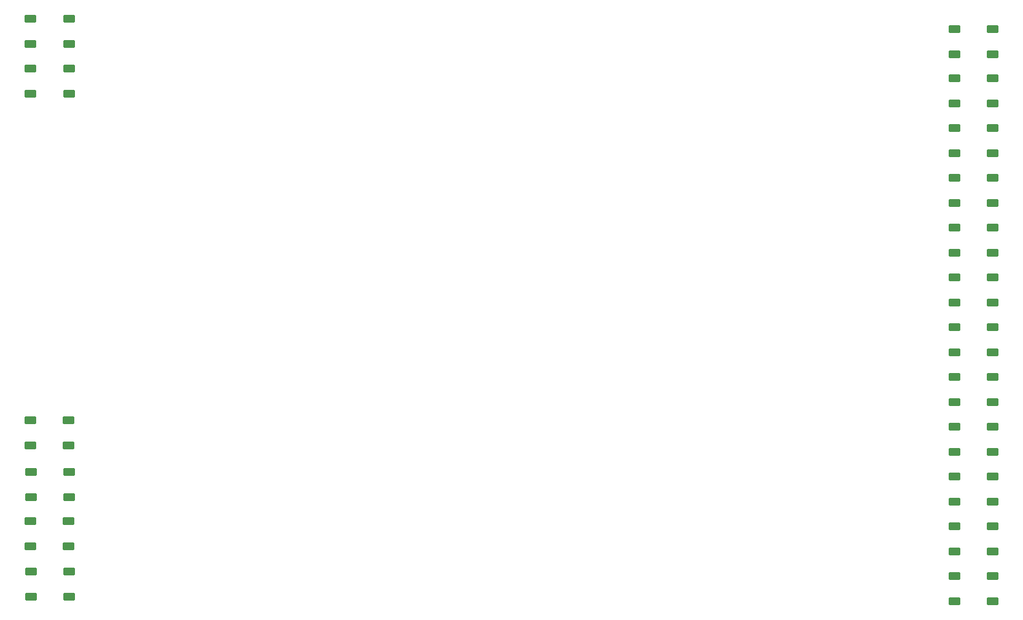
<source format=gbr>
%TF.GenerationSoftware,KiCad,Pcbnew,8.0.3*%
%TF.CreationDate,2025-06-03T03:01:33-07:00*%
%TF.ProjectId,MLU_BreakoutV2,4d4c555f-4272-4656-916b-6f757456322e,rev?*%
%TF.SameCoordinates,Original*%
%TF.FileFunction,Paste,Bot*%
%TF.FilePolarity,Positive*%
%FSLAX46Y46*%
G04 Gerber Fmt 4.6, Leading zero omitted, Abs format (unit mm)*
G04 Created by KiCad (PCBNEW 8.0.3) date 2025-06-03 03:01:33*
%MOMM*%
%LPD*%
G01*
G04 APERTURE LIST*
G04 Aperture macros list*
%AMRoundRect*
0 Rectangle with rounded corners*
0 $1 Rounding radius*
0 $2 $3 $4 $5 $6 $7 $8 $9 X,Y pos of 4 corners*
0 Add a 4 corners polygon primitive as box body*
4,1,4,$2,$3,$4,$5,$6,$7,$8,$9,$2,$3,0*
0 Add four circle primitives for the rounded corners*
1,1,$1+$1,$2,$3*
1,1,$1+$1,$4,$5*
1,1,$1+$1,$6,$7*
1,1,$1+$1,$8,$9*
0 Add four rect primitives between the rounded corners*
20,1,$1+$1,$2,$3,$4,$5,0*
20,1,$1+$1,$4,$5,$6,$7,0*
20,1,$1+$1,$6,$7,$8,$9,0*
20,1,$1+$1,$8,$9,$2,$3,0*%
G04 Aperture macros list end*
%ADD10RoundRect,0.250000X0.550000X0.250000X-0.550000X0.250000X-0.550000X-0.250000X0.550000X-0.250000X0*%
G04 APERTURE END LIST*
D10*
%TO.C,LED29*%
X253550000Y-128454873D03*
X253550000Y-131754873D03*
X248550000Y-128454873D03*
X248550000Y-131754873D03*
%TD*%
%TO.C,LED34*%
X132560000Y-121292400D03*
X132560000Y-124592400D03*
X127560000Y-121292400D03*
X127560000Y-124592400D03*
%TD*%
%TO.C,LED27*%
X253550000Y-115409419D03*
X253550000Y-118709419D03*
X248550000Y-115409419D03*
X248550000Y-118709419D03*
%TD*%
%TO.C,LED33*%
X132482600Y-114579400D03*
X132482600Y-117879400D03*
X127482600Y-114579400D03*
X127482600Y-117879400D03*
%TD*%
%TO.C,LED32*%
X132508000Y-68503800D03*
X132508000Y-71803800D03*
X127508000Y-68503800D03*
X127508000Y-71803800D03*
%TD*%
%TO.C,LED22*%
X253550000Y-82795784D03*
X253550000Y-86095784D03*
X248550000Y-82795784D03*
X248550000Y-86095784D03*
%TD*%
%TO.C,LED30*%
X253550000Y-134977600D03*
X253550000Y-138277600D03*
X248550000Y-134977600D03*
X248550000Y-138277600D03*
%TD*%
%TO.C,LED20*%
X253550000Y-69750330D03*
X253550000Y-73050330D03*
X248550000Y-69750330D03*
X248550000Y-73050330D03*
%TD*%
%TO.C,LED36*%
X132560000Y-134392400D03*
X132560000Y-137692400D03*
X127560000Y-134392400D03*
X127560000Y-137692400D03*
%TD*%
%TO.C,LED24*%
X253550000Y-95841238D03*
X253550000Y-99141238D03*
X248550000Y-95841238D03*
X248550000Y-99141238D03*
%TD*%
%TO.C,LED25*%
X253550000Y-102363965D03*
X253550000Y-105663965D03*
X248550000Y-102363965D03*
X248550000Y-105663965D03*
%TD*%
%TO.C,LED28*%
X253550000Y-121932146D03*
X253550000Y-125232146D03*
X248550000Y-121932146D03*
X248550000Y-125232146D03*
%TD*%
%TO.C,LED26*%
X253550000Y-108886692D03*
X253550000Y-112186692D03*
X248550000Y-108886692D03*
X248550000Y-112186692D03*
%TD*%
%TO.C,LED23*%
X253550000Y-89318511D03*
X253550000Y-92618511D03*
X248550000Y-89318511D03*
X248550000Y-92618511D03*
%TD*%
%TO.C,LED31*%
X132508000Y-61953800D03*
X132508000Y-65253800D03*
X127508000Y-61953800D03*
X127508000Y-65253800D03*
%TD*%
%TO.C,LED35*%
X132482600Y-127762000D03*
X132482600Y-131062000D03*
X127482600Y-127762000D03*
X127482600Y-131062000D03*
%TD*%
%TO.C,LED19*%
X253539000Y-63347600D03*
X253539000Y-66647600D03*
X248539000Y-63347600D03*
X248539000Y-66647600D03*
%TD*%
%TO.C,LED21*%
X253550000Y-76273057D03*
X253550000Y-79573057D03*
X248550000Y-76273057D03*
X248550000Y-79573057D03*
%TD*%
M02*

</source>
